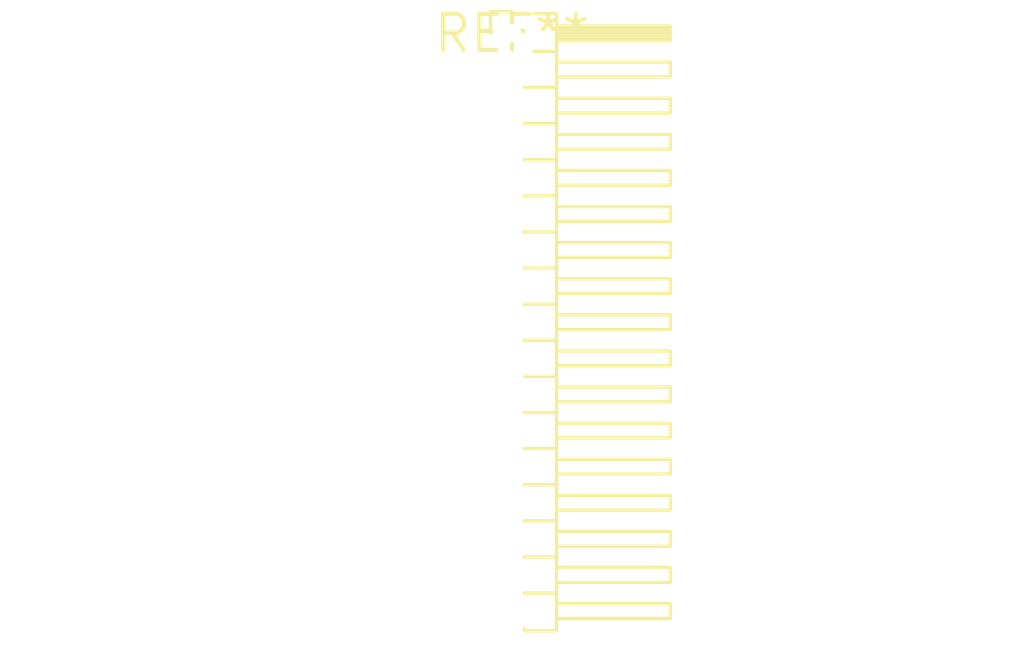
<source format=kicad_pcb>
(kicad_pcb (version 20240108) (generator pcbnew)
  (layers (0 "F.Cu" signal) (31 "B.Cu" signal) (34 "B.Paste" user) (35 "F.Paste" user) (36 "B.SilkS" user "B.Silkscreen") (37 "F.SilkS" user "F.Silkscreen") (38 "B.Mask" user) (39 "F.Mask" user) (44 "Edge.Cuts" user))
  (net 0 "")
  (footprint "PinHeader_1x17_P1.27mm_Horizontal" (layer "F.Cu") (at 0 0)
    (property "Reference" "REF**")
    (property "Value" "PinHeader_1x17_P1.27mm_Horizontal")
    (fp_line (start -0.76 -0.76) (end 0 -0.76) (layer "F.SilkS") (stroke (width 0.12)))
    (fp_line (start -0.76 0) (end -0.76 -0.76) (layer "F.SilkS") (stroke (width 0.12)))
    (fp_line (start 0.44 1.889677) (end 0.44 1.920323) (layer "F.SilkS") (stroke (width 0.12)))
    (fp_line (start 0.44 1.905) (end 1.56 1.905) (layer "F.SilkS") (stroke (width 0.12)))
    (fp_line (start 0.44 3.159677) (end 0.44 3.190323) (layer "F.SilkS") (stroke (width 0.12)))
    (fp_line (start 0.44 3.175) (end 1.56 3.175) (layer "F.SilkS") (stroke (width 0.12)))
    (fp_line (start 0.44 4.429677) (end 0.44 4.460323) (layer "F.SilkS") (stroke (width 0.12)))
    (fp_line (start 0.44 4.445) (end 1.56 4.445) (layer "F.SilkS") (stroke (width 0.12)))
    (fp_line (start 0.44 5.699677) (end 0.44 5.730323) (layer "F.SilkS") (stroke (width 0.12)))
    (fp_line (start 0.44 5.715) (end 1.56 5.715) (layer "F.SilkS") (stroke (width 0.12)))
    (fp_line (start 0.44 6.969677) (end 0.44 7.000323) (layer "F.SilkS") (stroke (width 0.12)))
    (fp_line (start 0.44 6.985) (end 1.56 6.985) (layer "F.SilkS") (stroke (width 0.12)))
    (fp_line (start 0.44 8.239677) (end 0.44 8.270323) (layer "F.SilkS") (stroke (width 0.12)))
    (fp_line (start 0.44 8.255) (end 1.56 8.255) (layer "F.SilkS") (stroke (width 0.12)))
    (fp_line (start 0.44 9.509677) (end 0.44 9.540323) (layer "F.SilkS") (stroke (width 0.12)))
    (fp_line (start 0.44 9.525) (end 1.56 9.525) (layer "F.SilkS") (stroke (width 0.12)))
    (fp_line (start 0.44 10.779677) (end 0.44 10.810323) (layer "F.SilkS") (stroke (width 0.12)))
    (fp_line (start 0.44 10.795) (end 1.56 10.795) (layer "F.SilkS") (stroke (width 0.12)))
    (fp_line (start 0.44 12.049677) (end 0.44 12.080323) (layer "F.SilkS") (stroke (width 0.12)))
    (fp_line (start 0.44 12.065) (end 1.56 12.065) (layer "F.SilkS") (stroke (width 0.12)))
    (fp_line (start 0.44 13.319677) (end 0.44 13.350323) (layer "F.SilkS") (stroke (width 0.12)))
    (fp_line (start 0.44 13.335) (end 1.56 13.335) (layer "F.SilkS") (stroke (width 0.12)))
    (fp_line (start 0.44 14.589677) (end 0.44 14.620323) (layer "F.SilkS") (stroke (width 0.12)))
    (fp_line (start 0.44 14.605) (end 1.56 14.605) (layer "F.SilkS") (stroke (width 0.12)))
    (fp_line (start 0.44 15.859677) (end 0.44 15.890323) (layer "F.SilkS") (stroke (width 0.12)))
    (fp_line (start 0.44 15.875) (end 1.56 15.875) (layer "F.SilkS") (stroke (width 0.12)))
    (fp_line (start 0.44 17.129677) (end 0.44 17.160323) (layer "F.SilkS") (stroke (width 0.12)))
    (fp_line (start 0.44 17.145) (end 1.56 17.145) (layer "F.SilkS") (stroke (width 0.12)))
    (fp_line (start 0.44 18.399677) (end 0.44 18.430323) (layer "F.SilkS") (stroke (width 0.12)))
    (fp_line (start 0.44 18.415) (end 1.56 18.415) (layer "F.SilkS") (stroke (width 0.12)))
    (fp_line (start 0.44 19.669677) (end 0.44 19.700323) (layer "F.SilkS") (stroke (width 0.12)))
    (fp_line (start 0.44 19.685) (end 1.56 19.685) (layer "F.SilkS") (stroke (width 0.12)))
    (fp_line (start 0.44 21.015) (end 0.44 20.939677) (layer "F.SilkS") (stroke (width 0.12)))
    (fp_line (start 0.76 -0.695) (end 1.56 -0.695) (layer "F.SilkS") (stroke (width 0.12)))
    (fp_line (start 0.76 0.635) (end 1.56 0.635) (layer "F.SilkS") (stroke (width 0.12)))
    (fp_line (start 1.56 -0.695) (end 1.56 21.015) (layer "F.SilkS") (stroke (width 0.12)))
    (fp_line (start 1.56 -0.26) (end 5.56 -0.26) (layer "F.SilkS") (stroke (width 0.12)))
    (fp_line (start 1.56 -0.2) (end 5.56 -0.2) (layer "F.SilkS") (stroke (width 0.12)))
    (fp_line (start 1.56 -0.08) (end 5.56 -0.08) (layer "F.SilkS") (stroke (width 0.12)))
    (fp_line (start 1.56 0.04) (end 5.56 0.04) (layer "F.SilkS") (stroke (width 0.12)))
    (fp_line (start 1.56 0.16) (end 5.56 0.16) (layer "F.SilkS") (stroke (width 0.12)))
    (fp_line (start 1.56 1.01) (end 5.56 1.01) (layer "F.SilkS") (stroke (width 0.12)))
    (fp_line (start 1.56 2.28) (end 5.56 2.28) (layer "F.SilkS") (stroke (width 0.12)))
    (fp_line (start 1.56 3.55) (end 5.56 3.55) (layer "F.SilkS") (stroke (width 0.12)))
    (fp_line (start 1.56 4.82) (end 5.56 4.82) (layer "F.SilkS") (stroke (width 0.12)))
    (fp_line (start 1.56 6.09) (end 5.56 6.09) (layer "F.SilkS") (stroke (width 0.12)))
    (fp_line (start 1.56 7.36) (end 5.56 7.36) (layer "F.SilkS") (stroke (width 0.12)))
    (fp_line (start 1.56 8.63) (end 5.56 8.63) (layer "F.SilkS") (stroke (width 0.12)))
    (fp_line (start 1.56 9.9) (end 5.56 9.9) (layer "F.SilkS") (stroke (width 0.12)))
    (fp_line (start 1.56 11.17) (end 5.56 11.17) (layer "F.SilkS") (stroke (width 0.12)))
    (fp_line (start 1.56 12.44) (end 5.56 12.44) (layer "F.SilkS") (stroke (width 0.12)))
    (fp_line (start 1.56 13.71) (end 5.56 13.71) (layer "F.SilkS") (stroke (width 0.12)))
    (fp_line (start 1.56 14.98) (end 5.56 14.98) (layer "F.SilkS") (stroke (width 0.12)))
    (fp_line (start 1.56 16.25) (end 5.56 16.25) (layer "F.SilkS") (stroke (width 0.12)))
    (fp_line (start 1.56 17.52) (end 5.56 17.52) (layer "F.SilkS") (stroke (width 0.12)))
    (fp_line (start 1.56 18.79) (end 5.56 18.79) (layer "F.SilkS") (stroke (width 0.12)))
    (fp_line (start 1.56 20.06) (end 5.56 20.06) (layer "F.SilkS") (stroke (width 0.12)))
    (fp_line (start 1.56 21.015) (end 0.44 21.015) (layer "F.SilkS") (stroke (width 0.12)))
    (fp_line (start 5.56 -0.26) (end 5.56 0.26) (layer "F.SilkS") (stroke (width 0.12)))
    (fp_line (start 5.56 0.26) (end 1.56 0.26) (layer "F.SilkS") (stroke (width 0.12)))
    (fp_line (start 5.56 1.01) (end 5.56 1.53) (layer "F.SilkS") (stroke (width 0.12)))
    (fp_line (start 5.56 1.53) (end 1.56 1.53) (layer "F.SilkS") (stroke (width 0.12)))
    (fp_line (start 5.56 2.28) (end 5.56 2.8) (layer "F.SilkS") (stroke (width 0.12)))
    (fp_line (start 5.56 2.8) (end 1.56 2.8) (layer "F.SilkS") (stroke (width 0.12)))
    (fp_line (start 5.56 3.55) (end 5.56 4.07) (layer "F.SilkS") (stroke (width 0.12)))
    (fp_line (start 5.56 4.07) (end 1.56 4.07) (layer "F.SilkS") (stroke (width 0.12)))
    (fp_line (start 5.56 4.82) (end 5.56 5.34) (layer "F.SilkS") (stroke (width 0.12)))
    (fp_line (start 5.56 5.34) (end 1.56 5.34) (layer "F.SilkS") (stroke (width 0.12)))
    (fp_line (start 5.56 6.09) (end 5.56 6.61) (layer "F.SilkS") (stroke (width 0.12)))
    (fp_line (start 5.56 6.61) (end 1.56 6.61) (layer "F.SilkS") (stroke (width 0.12)))
    (fp_line (start 5.56 7.36) (end 5.56 7.88) (layer "F.SilkS") (stroke (width 0.12)))
    (fp_line (start 5.56 7.88) (end 1.56 7.88) (layer "F.SilkS") (stroke (width 0.12)))
    (fp_line (start 5.56 8.63) (end 5.56 9.15) (layer "F.SilkS") (stroke (width 0.12)))
    (fp_line (start 5.56 9.15) (end 1.56 9.15) (layer "F.SilkS") (stroke (width 0.12)))
    (fp_line (start 5.56 9.9) (end 5.56 10.42) (layer "F.SilkS") (stroke (width 0.12)))
    (fp_line (start 5.56 10.42) (end 1.56 10.42) (layer "F.SilkS") (stroke (width 0.12)))
    (fp_line (start 5.56 11.17) (end 5.56 11.69) (layer "F.SilkS") (stroke (width 0.12)))
    (fp_line (start 5.56 11.69) (end 1.56 11.69) (layer "F.SilkS") (stroke (width 0.12)))
    (fp_line (start 5.56 12.44) (end 5.56 12.96) (layer "F.SilkS") (stroke (width 0.12)))
    (fp_line (start 5.56 12.96) (end 1.56 12.96) (layer "F.SilkS") (stroke (width 0.12)))
    (fp_line (start 5.56 13.71) (end 5.56 14.23) (layer "F.SilkS") (stroke (width 0.12)))
    (fp_line (start 5.56 14.23) (end 1.56 14.23) (layer "F.SilkS") (stroke (width 0.12)))
    (fp_line (start 5.56 14.98) (end 5.56 15.5) (layer "F.SilkS") (stroke (width 0.12)))
    (fp_line (start 5.56 15.5) (end 1.56 15.5) (layer "F.SilkS") (stroke (width 0.12)))
    (fp_line (start 5.56 16.25) (end 5.56 16.77) (layer "F.SilkS") (stroke (width 0.12)))
    (fp_line (start 5.56 16.77) (end 1.56 16.77) (layer "F.SilkS") (stroke (width 0.12)))
    (fp_line (start 5.56 17.52) (end 5.56 18.04) (layer "F.SilkS") (stroke (width 0.12)))
    (fp_line (start 5.56 18.04) (end 1.56 18.04) (layer "F.SilkS") (stroke (width 0.12)))
    (fp_line (start 5.56 18.79) (end 5.56 19.31) (layer "F.SilkS") (stroke (width 0.12)))
    (fp_line (start 5.56 19.31) (end 1.56 19.31) (layer "F.SilkS") (stroke (width 0.12)))
    (fp_line (start 5.56 20.06) (end 5.56 20.58) (layer "F.SilkS") (stroke (width 0.12)))
    (fp_line (start 5.56 20.58) (end 1.56 20.58) (layer "F.SilkS") (stroke (width 0.12)))
    (pad "1" thru_hole rect (at 0 0) (size 1 1) (drill 0.65) (layers *.Cu *.Mask) (remove_unused_layers))
    (pad "2" thru_hole oval (at 0 1.27) (size 1 1) (drill 0.65) (layers *.Cu *.Mask) (remove_unused_layers))
    (pad "3" thru_hole oval (at 0 2.54) (size 1 1) (drill 0.65) (layers *.Cu *.Mask) (remove_unused_layers))
    (pad "4" thru_hole oval (at 0 3.81) (size 1 1) (drill 0.65) (layers *.Cu *.Mask) (remove_unused_layers))
    (pad "5" thru_hole oval (at 0 5.08) (size 1 1) (drill 0.65) (layers *.Cu *.Mask) (remove_unused_layers))
    (pad "6" thru_hole oval (at 0 6.35) (size 1 1) (drill 0.65) (layers *.Cu *.Mask) (remove_unused_layers))
    (pad "7" thru_hole oval (at 0 7.62) (size 1 1) (drill 0.65) (layers *.Cu *.Mask) (remove_unused_layers))
    (pad "8" thru_hole oval (at 0 8.89) (size 1 1) (drill 0.65) (layers *.Cu *.Mask) (remove_unused_layers))
    (pad "9" thru_hole oval (at 0 10.16) (size 1 1) (drill 0.65) (layers *.Cu *.Mask) (remove_unused_layers))
    (pad "10" thru_hole oval (at 0 11.43) (size 1 1) (drill 0.65) (layers *.Cu *.Mask) (remove_unused_layers))
    (pad "11" thru_hole oval (at 0 12.7) (size 1 1) (drill 0.65) (layers *.Cu *.Mask) (remove_unused_layers))
    (pad "12" thru_hole oval (at 0 13.97) (size 1 1) (drill 0.65) (layers *.Cu *.Mask) (remove_unused_layers))
    (pad "13" thru_hole oval (at 0 15.24) (size 1 1) (drill 0.65) (layers *.Cu *.Mask) (remove_unused_layers))
    (pad "14" thru_hole oval (at 0 16.51) (size 1 1) (drill 0.65) (layers *.Cu *.Mask) (remove_unused_layers))
    (pad "15" thru_hole oval (at 0 17.78) (size 1 1) (drill 0.65) (layers *.Cu *.Mask) (remove_unused_layers))
    (pad "16" thru_hole oval (at 0 19.05) (size 1 1) (drill 0.65) (layers *.Cu *.Mask) (remove_unused_layers))
    (pad "17" thru_hole oval (at 0 20.32) (size 1 1) (drill 0.65) (layers *.Cu *.Mask) (remove_unused_layers))
  )
)
</source>
